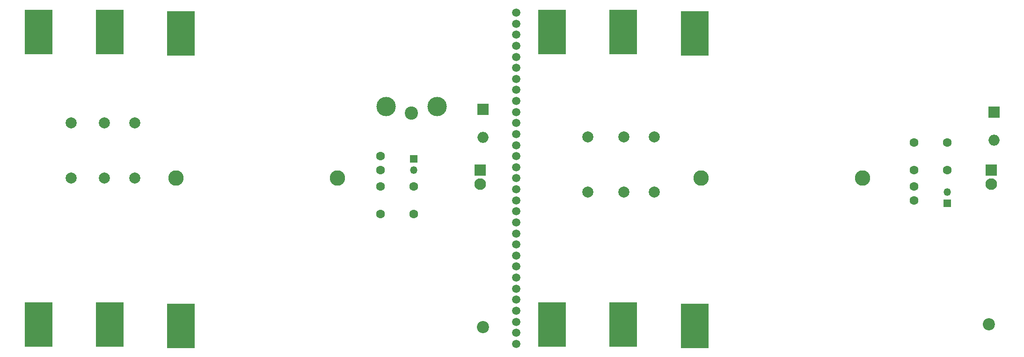
<source format=gbr>
%TF.GenerationSoftware,KiCad,Pcbnew,5.1.8-db9833491~88~ubuntu20.04.1*%
%TF.CreationDate,2020-12-20T11:56:29+01:00*%
%TF.ProjectId,10A-Bias-T,3130412d-4269-4617-932d-542e6b696361,rev?*%
%TF.SameCoordinates,Original*%
%TF.FileFunction,Soldermask,Top*%
%TF.FilePolarity,Negative*%
%FSLAX46Y46*%
G04 Gerber Fmt 4.6, Leading zero omitted, Abs format (unit mm)*
G04 Created by KiCad (PCBNEW 5.1.8-db9833491~88~ubuntu20.04.1) date 2020-12-20 11:56:29*
%MOMM*%
%LPD*%
G01*
G04 APERTURE LIST*
%ADD10C,0.100000*%
%ADD11C,2.200000*%
%ADD12C,1.500000*%
%ADD13C,1.600000*%
%ADD14R,2.000000X2.000000*%
%ADD15O,2.000000X2.000000*%
%ADD16C,3.500000*%
%ADD17C,2.400000*%
%ADD18C,2.100000*%
%ADD19R,2.100000X2.100000*%
%ADD20C,2.800000*%
%ADD21R,1.350000X1.350000*%
%ADD22O,1.350000X1.350000*%
%ADD23C,2.000000*%
G04 APERTURE END LIST*
D10*
%TO.C,J3*%
G36*
X34000000Y-96550000D02*
G01*
X29000000Y-96550000D01*
X29000000Y-88450000D01*
X34000000Y-88450000D01*
X34000000Y-96550000D01*
G37*
G36*
X21100000Y-96550000D02*
G01*
X16100000Y-96550000D01*
X16100000Y-88450000D01*
X21100000Y-88450000D01*
X21100000Y-96550000D01*
G37*
G36*
X46900000Y-96800000D02*
G01*
X41900000Y-96800000D01*
X41900000Y-88700000D01*
X46900000Y-88700000D01*
X46900000Y-96800000D01*
G37*
%TD*%
D11*
%TO.C,REF\u002A\u002A*%
X190500000Y-92500000D03*
%TD*%
%TO.C,REF\u002A\u002A*%
X99000000Y-93000000D03*
%TD*%
D12*
%TO.C,REF\u002A\u002A*%
X105000000Y-94000000D03*
%TD*%
%TO.C,REF\u002A\u002A*%
X105000000Y-96000000D03*
%TD*%
%TO.C,REF\u002A\u002A*%
X105000000Y-92000000D03*
%TD*%
%TO.C,REF\u002A\u002A*%
X105000000Y-82000000D03*
%TD*%
%TO.C,REF\u002A\u002A*%
X105000000Y-86000000D03*
%TD*%
%TO.C,REF\u002A\u002A*%
X105000000Y-88000000D03*
%TD*%
%TO.C,REF\u002A\u002A*%
X105000000Y-84000000D03*
%TD*%
%TO.C,REF\u002A\u002A*%
X105000000Y-78000000D03*
%TD*%
%TO.C,REF\u002A\u002A*%
X105000000Y-90000000D03*
%TD*%
%TO.C,REF\u002A\u002A*%
X105000000Y-80000000D03*
%TD*%
%TO.C,REF\u002A\u002A*%
X105000000Y-76000000D03*
%TD*%
%TO.C,REF\u002A\u002A*%
X105000000Y-74000000D03*
%TD*%
%TO.C,REF\u002A\u002A*%
X105000000Y-66000000D03*
%TD*%
%TO.C,REF\u002A\u002A*%
X105000000Y-68000000D03*
%TD*%
%TO.C,REF\u002A\u002A*%
X105000000Y-70000000D03*
%TD*%
%TO.C,REF\u002A\u002A*%
X105000000Y-62000000D03*
%TD*%
%TO.C,REF\u002A\u002A*%
X105000000Y-72000000D03*
%TD*%
%TO.C,REF\u002A\u002A*%
X105000000Y-58000000D03*
%TD*%
%TO.C,REF\u002A\u002A*%
X105000000Y-56000000D03*
%TD*%
%TO.C,REF\u002A\u002A*%
X105000000Y-64000000D03*
%TD*%
%TO.C,REF\u002A\u002A*%
X105000000Y-60000000D03*
%TD*%
%TO.C,REF\u002A\u002A*%
X105000000Y-54000000D03*
%TD*%
%TO.C,REF\u002A\u002A*%
X105000000Y-52000000D03*
%TD*%
%TO.C,REF\u002A\u002A*%
X105000000Y-50000000D03*
%TD*%
%TO.C,REF\u002A\u002A*%
X105000000Y-48000000D03*
%TD*%
%TO.C,REF\u002A\u002A*%
X105000000Y-46000000D03*
%TD*%
%TO.C,REF\u002A\u002A*%
X105000000Y-44000000D03*
%TD*%
%TO.C,REF\u002A\u002A*%
X105000000Y-42000000D03*
%TD*%
%TO.C,REF\u002A\u002A*%
X105000000Y-40000000D03*
%TD*%
%TO.C,REF\u002A\u002A*%
X105000000Y-38000000D03*
%TD*%
%TO.C,REF\u002A\u002A*%
X105000000Y-36000000D03*
%TD*%
D13*
%TO.C,C4*%
X80500000Y-72500000D03*
X80500000Y-67500000D03*
%TD*%
%TO.C,C5*%
X80500000Y-64500000D03*
X80500000Y-62000000D03*
%TD*%
%TO.C,C6*%
X86500000Y-67500000D03*
X86500000Y-72500000D03*
%TD*%
%TO.C,C10*%
X177000000Y-64500000D03*
X177000000Y-59500000D03*
%TD*%
%TO.C,C11*%
X177000000Y-67500000D03*
X177000000Y-70000000D03*
%TD*%
%TO.C,C12*%
X183000000Y-59500000D03*
X183000000Y-64500000D03*
%TD*%
D14*
%TO.C,D1*%
X99000000Y-53500000D03*
D15*
X99000000Y-58580000D03*
%TD*%
%TO.C,D2*%
X191500000Y-59080000D03*
D14*
X191500000Y-54000000D03*
%TD*%
D16*
%TO.C,F1*%
X81500000Y-53000000D03*
D17*
X86100000Y-54200000D03*
D16*
X90700000Y-53000000D03*
%TD*%
D10*
%TO.C,J1*%
G36*
X46900000Y-43800000D02*
G01*
X41900000Y-43800000D01*
X41900000Y-35700000D01*
X46900000Y-35700000D01*
X46900000Y-43800000D01*
G37*
G36*
X21100000Y-43550000D02*
G01*
X16100000Y-43550000D01*
X16100000Y-35450000D01*
X21100000Y-35450000D01*
X21100000Y-43550000D01*
G37*
G36*
X34000000Y-43550000D02*
G01*
X29000000Y-43550000D01*
X29000000Y-35450000D01*
X34000000Y-35450000D01*
X34000000Y-43550000D01*
G37*
%TD*%
D18*
%TO.C,J2*%
X98500000Y-67040000D03*
D19*
X98500000Y-64500000D03*
%TD*%
D10*
%TO.C,J4*%
G36*
X139800000Y-43800000D02*
G01*
X134800000Y-43800000D01*
X134800000Y-35700000D01*
X139800000Y-35700000D01*
X139800000Y-43800000D01*
G37*
G36*
X114000000Y-43550000D02*
G01*
X109000000Y-43550000D01*
X109000000Y-35450000D01*
X114000000Y-35450000D01*
X114000000Y-43550000D01*
G37*
G36*
X126900000Y-43550000D02*
G01*
X121900000Y-43550000D01*
X121900000Y-35450000D01*
X126900000Y-35450000D01*
X126900000Y-43550000D01*
G37*
%TD*%
D19*
%TO.C,J5*%
X191000000Y-64500000D03*
D18*
X191000000Y-67040000D03*
%TD*%
D10*
%TO.C,J6*%
G36*
X126900000Y-96550000D02*
G01*
X121900000Y-96550000D01*
X121900000Y-88450000D01*
X126900000Y-88450000D01*
X126900000Y-96550000D01*
G37*
G36*
X114000000Y-96550000D02*
G01*
X109000000Y-96550000D01*
X109000000Y-88450000D01*
X114000000Y-88450000D01*
X114000000Y-96550000D01*
G37*
G36*
X139800000Y-96800000D02*
G01*
X134800000Y-96800000D01*
X134800000Y-88700000D01*
X139800000Y-88700000D01*
X139800000Y-96800000D01*
G37*
%TD*%
D20*
%TO.C,L1*%
X43500000Y-66000000D03*
X72710000Y-66000000D03*
%TD*%
%TO.C,L2*%
X167710000Y-66000000D03*
X138500000Y-66000000D03*
%TD*%
D21*
%TO.C,LA1*%
X86500000Y-62500000D03*
D22*
X86500000Y-64500000D03*
%TD*%
%TO.C,LA2*%
X183000000Y-68500000D03*
D21*
X183000000Y-70500000D03*
%TD*%
D23*
%TO.C,C1*%
X24500000Y-66000000D03*
X24500000Y-56000000D03*
%TD*%
%TO.C,C2*%
X30500000Y-66000000D03*
X30500000Y-56000000D03*
%TD*%
%TO.C,C3*%
X36000000Y-56000000D03*
X36000000Y-66000000D03*
%TD*%
%TO.C,C7*%
X124500000Y-68500000D03*
X124500000Y-58500000D03*
%TD*%
%TO.C,C8*%
X118000000Y-58500000D03*
X118000000Y-68500000D03*
%TD*%
%TO.C,C9*%
X130000000Y-58500000D03*
X130000000Y-68500000D03*
%TD*%
M02*

</source>
